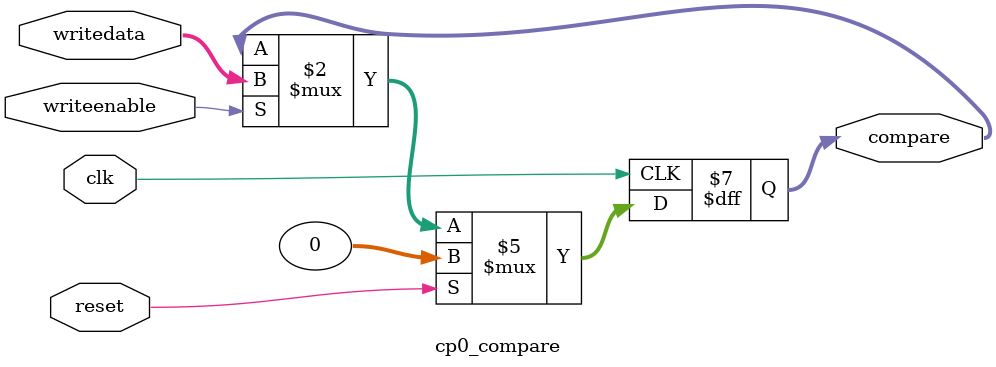
<source format=v>
module cp0_compare (
  input        clk,
  input        reset,
  input        writeenable,
  input  [31:0] writedata,
  output reg [31:0] compare
);

  always @(posedge clk) begin
    if (reset)
      compare <= 32'b0;
    else if (writeenable)
      compare <= writedata;  // escrever limpa pending no coprocessor0.v
  end

endmodule

</source>
